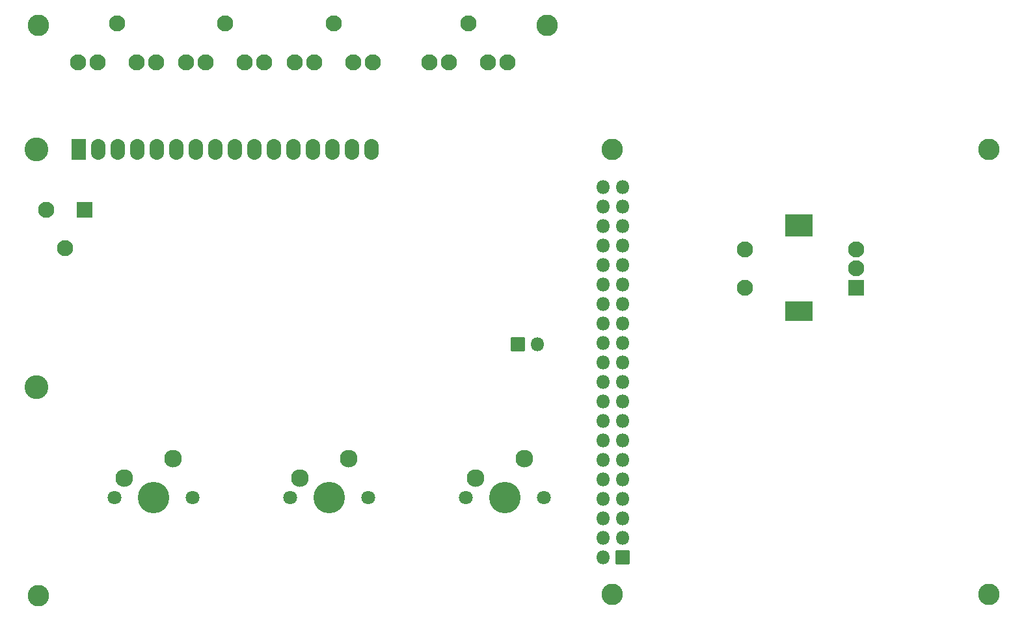
<source format=gts>
G04 #@! TF.GenerationSoftware,KiCad,Pcbnew,6.0.11*
G04 #@! TF.CreationDate,2024-07-27T16:02:48-05:00*
G04 #@! TF.ProjectId,minidexed,6d696e69-6465-4786-9564-2e6b69636164,rev?*
G04 #@! TF.SameCoordinates,Original*
G04 #@! TF.FileFunction,Soldermask,Top*
G04 #@! TF.FilePolarity,Negative*
%FSLAX46Y46*%
G04 Gerber Fmt 4.6, Leading zero omitted, Abs format (unit mm)*
G04 Created by KiCad (PCBNEW 6.0.11) date 2024-07-27 16:02:48*
%MOMM*%
%LPD*%
G01*
G04 APERTURE LIST*
G04 Aperture macros list*
%AMRoundRect*
0 Rectangle with rounded corners*
0 $1 Rounding radius*
0 $2 $3 $4 $5 $6 $7 $8 $9 X,Y pos of 4 corners*
0 Add a 4 corners polygon primitive as box body*
4,1,4,$2,$3,$4,$5,$6,$7,$8,$9,$2,$3,0*
0 Add four circle primitives for the rounded corners*
1,1,$1+$1,$2,$3*
1,1,$1+$1,$4,$5*
1,1,$1+$1,$6,$7*
1,1,$1+$1,$8,$9*
0 Add four rect primitives between the rounded corners*
20,1,$1+$1,$2,$3,$4,$5,0*
20,1,$1+$1,$4,$5,$6,$7,0*
20,1,$1+$1,$6,$7,$8,$9,0*
20,1,$1+$1,$8,$9,$2,$3,0*%
G04 Aperture macros list end*
%ADD10C,2.800000*%
%ADD11C,1.800000*%
%ADD12C,4.100000*%
%ADD13C,2.300000*%
%ADD14C,3.100000*%
%ADD15RoundRect,0.050000X-0.900000X-1.300000X0.900000X-1.300000X0.900000X1.300000X-0.900000X1.300000X0*%
%ADD16O,1.900000X2.700000*%
%ADD17RoundRect,0.050000X1.000000X1.000000X-1.000000X1.000000X-1.000000X-1.000000X1.000000X-1.000000X0*%
%ADD18C,2.100000*%
%ADD19RoundRect,0.050000X1.750000X1.250000X-1.750000X1.250000X-1.750000X-1.250000X1.750000X-1.250000X0*%
%ADD20RoundRect,0.050000X1.750000X1.400000X-1.750000X1.400000X-1.750000X-1.400000X1.750000X-1.400000X0*%
%ADD21RoundRect,0.050000X0.850000X0.850000X-0.850000X0.850000X-0.850000X-0.850000X0.850000X-0.850000X0*%
%ADD22O,1.800000X1.800000*%
%ADD23RoundRect,0.050000X-0.850000X0.850000X-0.850000X-0.850000X0.850000X-0.850000X0.850000X0.850000X0*%
G04 APERTURE END LIST*
D10*
X164100000Y-62700000D03*
D11*
X107820000Y-124200000D03*
D12*
X112900000Y-124200000D03*
D11*
X117980000Y-124200000D03*
D13*
X115440000Y-119120000D03*
X109090000Y-121660000D03*
D14*
X97628900Y-109877200D03*
X97628900Y-78876500D03*
D15*
X103128000Y-78876500D03*
D16*
X105668000Y-78876500D03*
X108208000Y-78876500D03*
X110748000Y-78876500D03*
X113288000Y-78876500D03*
X115828000Y-78876500D03*
X118368000Y-78876500D03*
X120908000Y-78876500D03*
X123448000Y-78876500D03*
X125988000Y-78876500D03*
X128528000Y-78876500D03*
X131068000Y-78876500D03*
X133608000Y-78876500D03*
X136148000Y-78876500D03*
X138688000Y-78876500D03*
X141228000Y-78876500D03*
D17*
X204368400Y-96876500D03*
D18*
X204368400Y-91876500D03*
X204368400Y-94376500D03*
D19*
X196868400Y-99976500D03*
D20*
X196868400Y-88776500D03*
D18*
X189868400Y-91876500D03*
X189868400Y-96876500D03*
D11*
X130670000Y-124200000D03*
X140830000Y-124200000D03*
D12*
X135750000Y-124200000D03*
D13*
X138290000Y-119120000D03*
X131940000Y-121660000D03*
D10*
X97900000Y-137000000D03*
D11*
X153520000Y-124200000D03*
D12*
X158600000Y-124200000D03*
D11*
X163680000Y-124200000D03*
D13*
X161140000Y-119120000D03*
X154790000Y-121660000D03*
D10*
X172618400Y-136892400D03*
X221618400Y-78892400D03*
X172618400Y-78892400D03*
X221618400Y-136892400D03*
D21*
X173918400Y-132042400D03*
D22*
X171378400Y-132042400D03*
X173918400Y-129502400D03*
X171378400Y-129502400D03*
X173918400Y-126962400D03*
X171378400Y-126962400D03*
X173918400Y-124422400D03*
X171378400Y-124422400D03*
X173918400Y-121882400D03*
X171378400Y-121882400D03*
X173918400Y-119342400D03*
X171378400Y-119342400D03*
X173918400Y-116802400D03*
X171378400Y-116802400D03*
X173918400Y-114262400D03*
X171378400Y-114262400D03*
X173918400Y-111722400D03*
X171378400Y-111722400D03*
X173918400Y-109182400D03*
X171378400Y-109182400D03*
X173918400Y-106642400D03*
X171378400Y-106642400D03*
X173918400Y-104102400D03*
X171378400Y-104102400D03*
X173918400Y-101562400D03*
X171378400Y-101562400D03*
X173918400Y-99022400D03*
X171378400Y-99022400D03*
X173918400Y-96482400D03*
X171378400Y-96482400D03*
X173918400Y-93942400D03*
X171378400Y-93942400D03*
X173918400Y-91402400D03*
X171378400Y-91402400D03*
X173918400Y-88862400D03*
X171378400Y-88862400D03*
X173918400Y-86322400D03*
X171378400Y-86322400D03*
X173918400Y-83782400D03*
X171378400Y-83782400D03*
D10*
X97900000Y-62700000D03*
D18*
X122205000Y-62404000D03*
X117125000Y-67484000D03*
X119665000Y-67484000D03*
X124745000Y-67484000D03*
X127285000Y-67484000D03*
D17*
X103900000Y-86760000D03*
D18*
X101400000Y-91760000D03*
X98900000Y-86760000D03*
D23*
X160325000Y-104300000D03*
D22*
X162865000Y-104300000D03*
D18*
X136302000Y-62404000D03*
X131222000Y-67484000D03*
X133762000Y-67484000D03*
X138842000Y-67484000D03*
X141382000Y-67484000D03*
X108108000Y-62404000D03*
X103028000Y-67484000D03*
X105568000Y-67484000D03*
X110648000Y-67484000D03*
X113188000Y-67484000D03*
X153905000Y-62420000D03*
X148825000Y-67500000D03*
X151365000Y-67500000D03*
X156445000Y-67500000D03*
X158985000Y-67500000D03*
M02*

</source>
